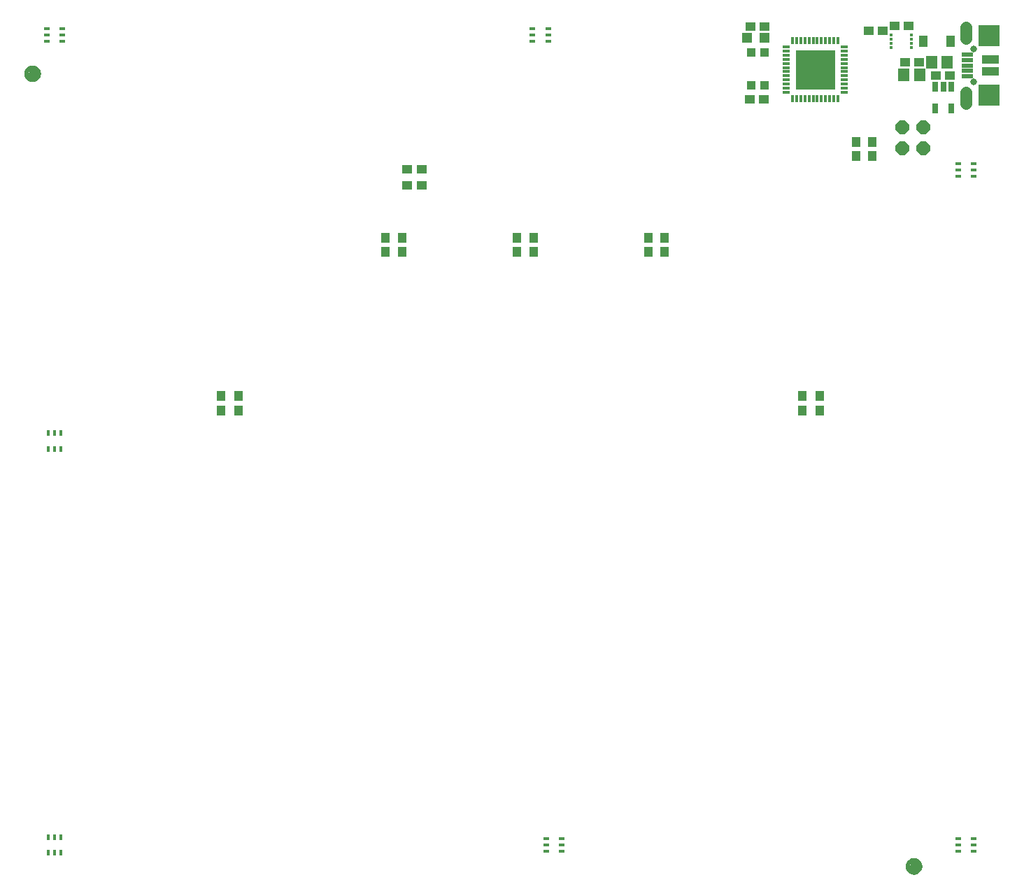
<source format=gbr>
G04 EAGLE Gerber RS-274X export*
G75*
%MOMM*%
%FSLAX34Y34*%
%LPD*%
%INSoldermask Bottom*%
%IPPOS*%
%AMOC8*
5,1,8,0,0,1.08239X$1,22.5*%
G01*
%ADD10R,1.341600X1.601600*%
%ADD11R,1.176600X1.101600*%
%ADD12R,1.301600X1.301600*%
%ADD13C,1.101600*%
%ADD14C,0.500000*%
%ADD15R,1.101600X1.101600*%
%ADD16C,0.801600*%
%ADD17R,2.514600X2.514600*%
%ADD18C,1.409600*%
%ADD19R,2.101600X1.101600*%
%ADD20R,1.450000X0.500000*%
%ADD21R,0.651600X1.301600*%
%ADD22R,0.351600X0.851600*%
%ADD23R,0.851600X0.351600*%
%ADD24R,4.801600X4.801600*%
%ADD25R,1.011600X1.321600*%
%ADD26R,0.801600X0.451600*%
%ADD27R,0.451600X0.351600*%
%ADD28R,0.451600X0.801600*%
%ADD29P,1.759533X8X22.500000*%
%ADD30R,1.101600X1.176600*%


D10*
X-64845Y1201820D03*
X-83845Y1201820D03*
D11*
X-159755Y1239690D03*
X-142755Y1239690D03*
D10*
X-117485Y1186030D03*
X-98485Y1186030D03*
D12*
X-307138Y1231030D03*
X-286138Y1231030D03*
D11*
X-303013Y1244600D03*
X-286013Y1244600D03*
D13*
X-1172083Y1187450D03*
D14*
X-1172083Y1194950D02*
X-1172264Y1194948D01*
X-1172445Y1194941D01*
X-1172626Y1194930D01*
X-1172807Y1194915D01*
X-1172987Y1194895D01*
X-1173167Y1194871D01*
X-1173346Y1194843D01*
X-1173524Y1194810D01*
X-1173701Y1194773D01*
X-1173878Y1194732D01*
X-1174053Y1194687D01*
X-1174228Y1194637D01*
X-1174401Y1194583D01*
X-1174572Y1194525D01*
X-1174743Y1194463D01*
X-1174911Y1194396D01*
X-1175078Y1194326D01*
X-1175244Y1194252D01*
X-1175407Y1194173D01*
X-1175568Y1194091D01*
X-1175728Y1194005D01*
X-1175885Y1193915D01*
X-1176040Y1193821D01*
X-1176193Y1193724D01*
X-1176343Y1193622D01*
X-1176491Y1193518D01*
X-1176637Y1193409D01*
X-1176779Y1193298D01*
X-1176919Y1193182D01*
X-1177056Y1193064D01*
X-1177191Y1192942D01*
X-1177322Y1192817D01*
X-1177450Y1192689D01*
X-1177575Y1192558D01*
X-1177697Y1192423D01*
X-1177815Y1192286D01*
X-1177931Y1192146D01*
X-1178042Y1192004D01*
X-1178151Y1191858D01*
X-1178255Y1191710D01*
X-1178357Y1191560D01*
X-1178454Y1191407D01*
X-1178548Y1191252D01*
X-1178638Y1191095D01*
X-1178724Y1190935D01*
X-1178806Y1190774D01*
X-1178885Y1190611D01*
X-1178959Y1190445D01*
X-1179029Y1190278D01*
X-1179096Y1190110D01*
X-1179158Y1189939D01*
X-1179216Y1189768D01*
X-1179270Y1189595D01*
X-1179320Y1189420D01*
X-1179365Y1189245D01*
X-1179406Y1189068D01*
X-1179443Y1188891D01*
X-1179476Y1188713D01*
X-1179504Y1188534D01*
X-1179528Y1188354D01*
X-1179548Y1188174D01*
X-1179563Y1187993D01*
X-1179574Y1187812D01*
X-1179581Y1187631D01*
X-1179583Y1187450D01*
X-1179581Y1187269D01*
X-1179574Y1187088D01*
X-1179563Y1186907D01*
X-1179548Y1186726D01*
X-1179528Y1186546D01*
X-1179504Y1186366D01*
X-1179476Y1186187D01*
X-1179443Y1186009D01*
X-1179406Y1185832D01*
X-1179365Y1185655D01*
X-1179320Y1185480D01*
X-1179270Y1185305D01*
X-1179216Y1185132D01*
X-1179158Y1184961D01*
X-1179096Y1184790D01*
X-1179029Y1184622D01*
X-1178959Y1184455D01*
X-1178885Y1184289D01*
X-1178806Y1184126D01*
X-1178724Y1183965D01*
X-1178638Y1183805D01*
X-1178548Y1183648D01*
X-1178454Y1183493D01*
X-1178357Y1183340D01*
X-1178255Y1183190D01*
X-1178151Y1183042D01*
X-1178042Y1182896D01*
X-1177931Y1182754D01*
X-1177815Y1182614D01*
X-1177697Y1182477D01*
X-1177575Y1182342D01*
X-1177450Y1182211D01*
X-1177322Y1182083D01*
X-1177191Y1181958D01*
X-1177056Y1181836D01*
X-1176919Y1181718D01*
X-1176779Y1181602D01*
X-1176637Y1181491D01*
X-1176491Y1181382D01*
X-1176343Y1181278D01*
X-1176193Y1181176D01*
X-1176040Y1181079D01*
X-1175885Y1180985D01*
X-1175728Y1180895D01*
X-1175568Y1180809D01*
X-1175407Y1180727D01*
X-1175244Y1180648D01*
X-1175078Y1180574D01*
X-1174911Y1180504D01*
X-1174743Y1180437D01*
X-1174572Y1180375D01*
X-1174401Y1180317D01*
X-1174228Y1180263D01*
X-1174053Y1180213D01*
X-1173878Y1180168D01*
X-1173701Y1180127D01*
X-1173524Y1180090D01*
X-1173346Y1180057D01*
X-1173167Y1180029D01*
X-1172987Y1180005D01*
X-1172807Y1179985D01*
X-1172626Y1179970D01*
X-1172445Y1179959D01*
X-1172264Y1179952D01*
X-1172083Y1179950D01*
X-1171902Y1179952D01*
X-1171721Y1179959D01*
X-1171540Y1179970D01*
X-1171359Y1179985D01*
X-1171179Y1180005D01*
X-1170999Y1180029D01*
X-1170820Y1180057D01*
X-1170642Y1180090D01*
X-1170465Y1180127D01*
X-1170288Y1180168D01*
X-1170113Y1180213D01*
X-1169938Y1180263D01*
X-1169765Y1180317D01*
X-1169594Y1180375D01*
X-1169423Y1180437D01*
X-1169255Y1180504D01*
X-1169088Y1180574D01*
X-1168922Y1180648D01*
X-1168759Y1180727D01*
X-1168598Y1180809D01*
X-1168438Y1180895D01*
X-1168281Y1180985D01*
X-1168126Y1181079D01*
X-1167973Y1181176D01*
X-1167823Y1181278D01*
X-1167675Y1181382D01*
X-1167529Y1181491D01*
X-1167387Y1181602D01*
X-1167247Y1181718D01*
X-1167110Y1181836D01*
X-1166975Y1181958D01*
X-1166844Y1182083D01*
X-1166716Y1182211D01*
X-1166591Y1182342D01*
X-1166469Y1182477D01*
X-1166351Y1182614D01*
X-1166235Y1182754D01*
X-1166124Y1182896D01*
X-1166015Y1183042D01*
X-1165911Y1183190D01*
X-1165809Y1183340D01*
X-1165712Y1183493D01*
X-1165618Y1183648D01*
X-1165528Y1183805D01*
X-1165442Y1183965D01*
X-1165360Y1184126D01*
X-1165281Y1184289D01*
X-1165207Y1184455D01*
X-1165137Y1184622D01*
X-1165070Y1184790D01*
X-1165008Y1184961D01*
X-1164950Y1185132D01*
X-1164896Y1185305D01*
X-1164846Y1185480D01*
X-1164801Y1185655D01*
X-1164760Y1185832D01*
X-1164723Y1186009D01*
X-1164690Y1186187D01*
X-1164662Y1186366D01*
X-1164638Y1186546D01*
X-1164618Y1186726D01*
X-1164603Y1186907D01*
X-1164592Y1187088D01*
X-1164585Y1187269D01*
X-1164583Y1187450D01*
X-1164585Y1187631D01*
X-1164592Y1187812D01*
X-1164603Y1187993D01*
X-1164618Y1188174D01*
X-1164638Y1188354D01*
X-1164662Y1188534D01*
X-1164690Y1188713D01*
X-1164723Y1188891D01*
X-1164760Y1189068D01*
X-1164801Y1189245D01*
X-1164846Y1189420D01*
X-1164896Y1189595D01*
X-1164950Y1189768D01*
X-1165008Y1189939D01*
X-1165070Y1190110D01*
X-1165137Y1190278D01*
X-1165207Y1190445D01*
X-1165281Y1190611D01*
X-1165360Y1190774D01*
X-1165442Y1190935D01*
X-1165528Y1191095D01*
X-1165618Y1191252D01*
X-1165712Y1191407D01*
X-1165809Y1191560D01*
X-1165911Y1191710D01*
X-1166015Y1191858D01*
X-1166124Y1192004D01*
X-1166235Y1192146D01*
X-1166351Y1192286D01*
X-1166469Y1192423D01*
X-1166591Y1192558D01*
X-1166716Y1192689D01*
X-1166844Y1192817D01*
X-1166975Y1192942D01*
X-1167110Y1193064D01*
X-1167247Y1193182D01*
X-1167387Y1193298D01*
X-1167529Y1193409D01*
X-1167675Y1193518D01*
X-1167823Y1193622D01*
X-1167973Y1193724D01*
X-1168126Y1193821D01*
X-1168281Y1193915D01*
X-1168438Y1194005D01*
X-1168598Y1194091D01*
X-1168759Y1194173D01*
X-1168922Y1194252D01*
X-1169088Y1194326D01*
X-1169255Y1194396D01*
X-1169423Y1194463D01*
X-1169594Y1194525D01*
X-1169765Y1194583D01*
X-1169938Y1194637D01*
X-1170113Y1194687D01*
X-1170288Y1194732D01*
X-1170465Y1194773D01*
X-1170642Y1194810D01*
X-1170820Y1194843D01*
X-1170999Y1194871D01*
X-1171179Y1194895D01*
X-1171359Y1194915D01*
X-1171540Y1194930D01*
X-1171721Y1194941D01*
X-1171902Y1194948D01*
X-1172083Y1194950D01*
D13*
X-105247Y228035D03*
D14*
X-105247Y235535D02*
X-105428Y235533D01*
X-105609Y235526D01*
X-105790Y235515D01*
X-105971Y235500D01*
X-106151Y235480D01*
X-106331Y235456D01*
X-106510Y235428D01*
X-106688Y235395D01*
X-106865Y235358D01*
X-107042Y235317D01*
X-107217Y235272D01*
X-107392Y235222D01*
X-107565Y235168D01*
X-107736Y235110D01*
X-107907Y235048D01*
X-108075Y234981D01*
X-108242Y234911D01*
X-108408Y234837D01*
X-108571Y234758D01*
X-108732Y234676D01*
X-108892Y234590D01*
X-109049Y234500D01*
X-109204Y234406D01*
X-109357Y234309D01*
X-109507Y234207D01*
X-109655Y234103D01*
X-109801Y233994D01*
X-109943Y233883D01*
X-110083Y233767D01*
X-110220Y233649D01*
X-110355Y233527D01*
X-110486Y233402D01*
X-110614Y233274D01*
X-110739Y233143D01*
X-110861Y233008D01*
X-110979Y232871D01*
X-111095Y232731D01*
X-111206Y232589D01*
X-111315Y232443D01*
X-111419Y232295D01*
X-111521Y232145D01*
X-111618Y231992D01*
X-111712Y231837D01*
X-111802Y231680D01*
X-111888Y231520D01*
X-111970Y231359D01*
X-112049Y231196D01*
X-112123Y231030D01*
X-112193Y230863D01*
X-112260Y230695D01*
X-112322Y230524D01*
X-112380Y230353D01*
X-112434Y230180D01*
X-112484Y230005D01*
X-112529Y229830D01*
X-112570Y229653D01*
X-112607Y229476D01*
X-112640Y229298D01*
X-112668Y229119D01*
X-112692Y228939D01*
X-112712Y228759D01*
X-112727Y228578D01*
X-112738Y228397D01*
X-112745Y228216D01*
X-112747Y228035D01*
X-112745Y227854D01*
X-112738Y227673D01*
X-112727Y227492D01*
X-112712Y227311D01*
X-112692Y227131D01*
X-112668Y226951D01*
X-112640Y226772D01*
X-112607Y226594D01*
X-112570Y226417D01*
X-112529Y226240D01*
X-112484Y226065D01*
X-112434Y225890D01*
X-112380Y225717D01*
X-112322Y225546D01*
X-112260Y225375D01*
X-112193Y225207D01*
X-112123Y225040D01*
X-112049Y224874D01*
X-111970Y224711D01*
X-111888Y224550D01*
X-111802Y224390D01*
X-111712Y224233D01*
X-111618Y224078D01*
X-111521Y223925D01*
X-111419Y223775D01*
X-111315Y223627D01*
X-111206Y223481D01*
X-111095Y223339D01*
X-110979Y223199D01*
X-110861Y223062D01*
X-110739Y222927D01*
X-110614Y222796D01*
X-110486Y222668D01*
X-110355Y222543D01*
X-110220Y222421D01*
X-110083Y222303D01*
X-109943Y222187D01*
X-109801Y222076D01*
X-109655Y221967D01*
X-109507Y221863D01*
X-109357Y221761D01*
X-109204Y221664D01*
X-109049Y221570D01*
X-108892Y221480D01*
X-108732Y221394D01*
X-108571Y221312D01*
X-108408Y221233D01*
X-108242Y221159D01*
X-108075Y221089D01*
X-107907Y221022D01*
X-107736Y220960D01*
X-107565Y220902D01*
X-107392Y220848D01*
X-107217Y220798D01*
X-107042Y220753D01*
X-106865Y220712D01*
X-106688Y220675D01*
X-106510Y220642D01*
X-106331Y220614D01*
X-106151Y220590D01*
X-105971Y220570D01*
X-105790Y220555D01*
X-105609Y220544D01*
X-105428Y220537D01*
X-105247Y220535D01*
X-105066Y220537D01*
X-104885Y220544D01*
X-104704Y220555D01*
X-104523Y220570D01*
X-104343Y220590D01*
X-104163Y220614D01*
X-103984Y220642D01*
X-103806Y220675D01*
X-103629Y220712D01*
X-103452Y220753D01*
X-103277Y220798D01*
X-103102Y220848D01*
X-102929Y220902D01*
X-102758Y220960D01*
X-102587Y221022D01*
X-102419Y221089D01*
X-102252Y221159D01*
X-102086Y221233D01*
X-101923Y221312D01*
X-101762Y221394D01*
X-101602Y221480D01*
X-101445Y221570D01*
X-101290Y221664D01*
X-101137Y221761D01*
X-100987Y221863D01*
X-100839Y221967D01*
X-100693Y222076D01*
X-100551Y222187D01*
X-100411Y222303D01*
X-100274Y222421D01*
X-100139Y222543D01*
X-100008Y222668D01*
X-99880Y222796D01*
X-99755Y222927D01*
X-99633Y223062D01*
X-99515Y223199D01*
X-99399Y223339D01*
X-99288Y223481D01*
X-99179Y223627D01*
X-99075Y223775D01*
X-98973Y223925D01*
X-98876Y224078D01*
X-98782Y224233D01*
X-98692Y224390D01*
X-98606Y224550D01*
X-98524Y224711D01*
X-98445Y224874D01*
X-98371Y225040D01*
X-98301Y225207D01*
X-98234Y225375D01*
X-98172Y225546D01*
X-98114Y225717D01*
X-98060Y225890D01*
X-98010Y226065D01*
X-97965Y226240D01*
X-97924Y226417D01*
X-97887Y226594D01*
X-97854Y226772D01*
X-97826Y226951D01*
X-97802Y227131D01*
X-97782Y227311D01*
X-97767Y227492D01*
X-97756Y227673D01*
X-97749Y227854D01*
X-97747Y228035D01*
X-97749Y228216D01*
X-97756Y228397D01*
X-97767Y228578D01*
X-97782Y228759D01*
X-97802Y228939D01*
X-97826Y229119D01*
X-97854Y229298D01*
X-97887Y229476D01*
X-97924Y229653D01*
X-97965Y229830D01*
X-98010Y230005D01*
X-98060Y230180D01*
X-98114Y230353D01*
X-98172Y230524D01*
X-98234Y230695D01*
X-98301Y230863D01*
X-98371Y231030D01*
X-98445Y231196D01*
X-98524Y231359D01*
X-98606Y231520D01*
X-98692Y231680D01*
X-98782Y231837D01*
X-98876Y231992D01*
X-98973Y232145D01*
X-99075Y232295D01*
X-99179Y232443D01*
X-99288Y232589D01*
X-99399Y232731D01*
X-99515Y232871D01*
X-99633Y233008D01*
X-99755Y233143D01*
X-99880Y233274D01*
X-100008Y233402D01*
X-100139Y233527D01*
X-100274Y233649D01*
X-100411Y233767D01*
X-100551Y233883D01*
X-100693Y233994D01*
X-100839Y234103D01*
X-100987Y234207D01*
X-101137Y234309D01*
X-101290Y234406D01*
X-101445Y234500D01*
X-101602Y234590D01*
X-101762Y234676D01*
X-101923Y234758D01*
X-102086Y234837D01*
X-102252Y234911D01*
X-102419Y234981D01*
X-102587Y235048D01*
X-102758Y235110D01*
X-102929Y235168D01*
X-103102Y235222D01*
X-103277Y235272D01*
X-103452Y235317D01*
X-103629Y235358D01*
X-103806Y235395D01*
X-103984Y235428D01*
X-104163Y235456D01*
X-104343Y235480D01*
X-104523Y235500D01*
X-104704Y235515D01*
X-104885Y235526D01*
X-105066Y235533D01*
X-105247Y235535D01*
D15*
X-302513Y1173165D03*
X-286513Y1173165D03*
X-286513Y1213165D03*
X-302513Y1213165D03*
D16*
X-33020Y1217110D03*
X-33020Y1178110D03*
D17*
X-14020Y1161610D03*
X-14020Y1233610D03*
D18*
X-42020Y1230610D02*
X-42020Y1243690D01*
X-42020Y1164610D02*
X-42020Y1151530D01*
D19*
X-13020Y1205110D03*
X-13020Y1190110D03*
D20*
X-40770Y1210610D03*
X-40770Y1204110D03*
X-40770Y1197610D03*
X-40770Y1191110D03*
X-40770Y1184610D03*
D21*
X-79350Y1171876D03*
X-69850Y1171876D03*
X-60350Y1171876D03*
X-60350Y1145874D03*
X-79350Y1145874D03*
D22*
X-197290Y1157780D03*
X-202290Y1157780D03*
X-207290Y1157780D03*
X-212290Y1157780D03*
X-217290Y1157780D03*
X-222290Y1157780D03*
X-227290Y1157780D03*
X-232290Y1157780D03*
X-237290Y1157780D03*
X-242290Y1157780D03*
X-247290Y1157780D03*
D23*
X-259540Y1165030D03*
X-259540Y1170030D03*
X-259540Y1175030D03*
X-259540Y1180030D03*
X-259540Y1185030D03*
X-259540Y1190030D03*
X-259540Y1195030D03*
X-259540Y1200030D03*
X-259540Y1205030D03*
X-259540Y1210030D03*
X-259540Y1215030D03*
D22*
X-252290Y1227280D03*
X-247290Y1227280D03*
X-242290Y1227280D03*
X-237290Y1227280D03*
X-232290Y1227280D03*
X-227290Y1227280D03*
X-222290Y1227280D03*
X-217290Y1227280D03*
X-212290Y1227280D03*
X-207290Y1227280D03*
X-202290Y1227280D03*
D23*
X-190040Y1220030D03*
X-190040Y1215030D03*
X-190040Y1210030D03*
X-190040Y1205030D03*
X-190040Y1200030D03*
X-190040Y1195030D03*
X-190040Y1190030D03*
X-190040Y1185030D03*
X-190040Y1180030D03*
X-190040Y1175030D03*
X-190040Y1170030D03*
D24*
X-224790Y1192530D03*
D22*
X-252290Y1157780D03*
D23*
X-259540Y1220030D03*
D22*
X-197290Y1227280D03*
D23*
X-190040Y1165030D03*
D11*
X-116196Y1201420D03*
X-99196Y1201420D03*
X-287283Y1156335D03*
X-304283Y1156335D03*
X-78985Y1185545D03*
X-61985Y1185545D03*
D25*
X-93845Y1226820D03*
X-61095Y1226820D03*
D26*
X-51664Y1063745D03*
X-51664Y1071245D03*
X-51664Y1078745D03*
X-32664Y1078745D03*
X-32664Y1071245D03*
X-32664Y1063745D03*
D27*
X-108650Y1234320D03*
X-108650Y1229320D03*
X-108650Y1224320D03*
X-108650Y1219320D03*
X-132650Y1234320D03*
X-132650Y1229320D03*
X-132650Y1224320D03*
X-132650Y1219320D03*
D11*
X-128515Y1245235D03*
X-111515Y1245235D03*
D26*
X-32664Y261500D03*
X-32664Y254000D03*
X-32664Y246500D03*
X-51664Y246500D03*
X-51664Y254000D03*
X-51664Y261500D03*
X-531520Y261500D03*
X-531520Y254000D03*
X-531520Y246500D03*
X-550520Y246500D03*
X-550520Y254000D03*
X-550520Y261500D03*
D28*
X-1138040Y244500D03*
X-1145540Y244500D03*
X-1153040Y244500D03*
X-1153040Y263500D03*
X-1145540Y263500D03*
X-1138040Y263500D03*
X-1138040Y733450D03*
X-1145540Y733450D03*
X-1153040Y733450D03*
X-1153040Y752450D03*
X-1145540Y752450D03*
X-1138040Y752450D03*
D26*
X-1155040Y1226686D03*
X-1155040Y1234186D03*
X-1155040Y1241686D03*
X-1136040Y1241686D03*
X-1136040Y1234186D03*
X-1136040Y1226686D03*
X-567030Y1226686D03*
X-567030Y1234186D03*
X-567030Y1241686D03*
X-548030Y1241686D03*
X-548030Y1234186D03*
X-548030Y1226686D03*
D29*
X-119380Y1097280D03*
X-119380Y1122680D03*
X-93980Y1097280D03*
X-93980Y1122680D03*
D30*
X-240538Y797170D03*
X-240538Y780170D03*
X-725170Y988940D03*
X-725170Y971940D03*
X-923036Y797170D03*
X-923036Y780170D03*
D11*
X-701430Y1071880D03*
X-718430Y1071880D03*
D30*
X-406908Y971940D03*
X-406908Y988940D03*
X-565912Y971940D03*
X-565912Y988940D03*
X-219710Y797170D03*
X-219710Y780170D03*
X-426466Y988940D03*
X-426466Y971940D03*
X-586232Y988940D03*
X-586232Y971940D03*
X-744728Y988940D03*
X-744728Y971940D03*
X-943864Y797170D03*
X-943864Y780170D03*
X-175260Y1104764D03*
X-175260Y1087764D03*
D11*
X-701430Y1052576D03*
X-718430Y1052576D03*
D30*
X-155956Y1087764D03*
X-155956Y1104764D03*
M02*

</source>
